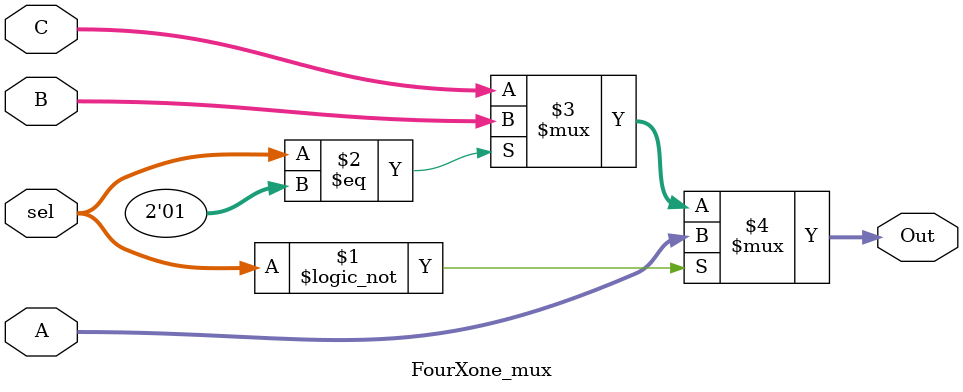
<source format=v>
module FourXone_mux (A, B, C, sel, Out);

    input [31:0] A, B, C;
    input [1:0] sel;
    output [31:0] Out;

    assign Out = (sel == 2'b00) ? A : ((sel == 2'b01) ? B : C);

endmodule //FourXone_mux
</source>
